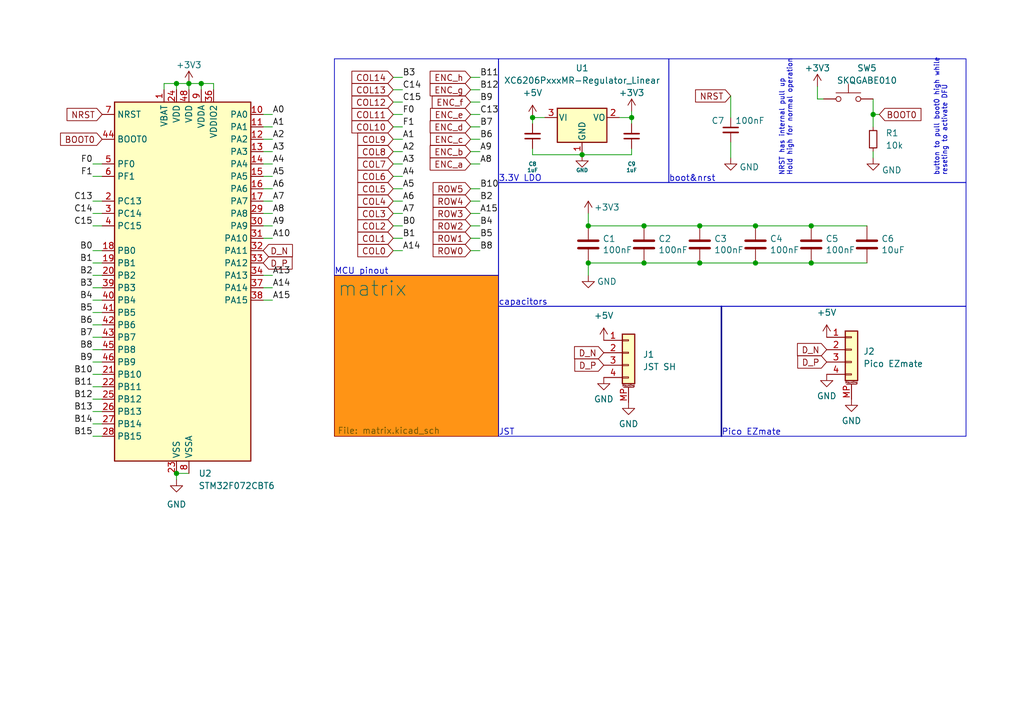
<source format=kicad_sch>
(kicad_sch (version 20230121) (generator eeschema)
  (paper "A5")
  (lib_symbols
    (symbol "Connector_Generic_MountingPin:Conn_01x04_MountingPin" (pin_names (offset 1.016) hide)
      (property "Reference" "J" (at 0 5.08 0))
      (property "Value" "Conn_01x04_MountingPin" (at 1.27 -7.62 0))
      (symbol "Conn_01x04_MountingPin_1_1"
        (rectangle (start -1.27 -4.953) (end 0 -5.207) (stroke (width 0.1524)))
        (rectangle (start -1.27 -2.413) (end 0 -2.667) (stroke (width 0.1524)))
        (rectangle (start -1.27 0.127) (end 0 -0.127) (stroke (width 0.1524)))
        (rectangle (start -1.27 2.667) (end 0 2.413) (stroke (width 0.1524)))
        (rectangle (start -1.27 3.81) (end 1.27 -6.35) (stroke (width 0.254)) (fill (type background)))
        (polyline (pts (xy -1.016 -7.112) (xy 1.016 -7.112)) (stroke (width 0.1524)))
        (text "Mounting" (at 0 -6.731 0) (effects (font (size 0.381 0.381))))
        (pin passive line (at -5.08 2.54 0) (length 3.81) (name "Pin_1") (number "1"))
        (pin passive line (at -5.08 0 0) (length 3.81) (name "Pin_2") (number "2"))
        (pin passive line (at -5.08 -2.54 0) (length 3.81) (name "Pin_3") (number "3"))
        (pin passive line (at -5.08 -5.08 0) (length 3.81) (name "Pin_4") (number "4"))
        (pin passive line (at 0 -10.16 90) (length 3.048) (name "MountPin") (number "MP"))
      )
    )
    (symbol "Device:C" (pin_numbers hide) (pin_names (offset 0.254))
      (property "Reference" "C" (at 0.635 2.54 0))
      (property "Value" "C" (at 0.635 -2.54 0))
      (symbol "C_0_1"
        (polyline (pts (xy -2.032 -0.762) (xy 2.032 -0.762)) (stroke (width 0.508)))
        (polyline (pts (xy -2.032 0.762) (xy 2.032 0.762)) (stroke (width 0.508)))
      )
      (symbol "C_1_1"
        (pin passive line (at 0 3.81 270) (length 2.794) (name "~") (number "1"))
        (pin passive line (at 0 -3.81 90) (length 2.794) (name "~") (number "2"))
      )
    )
    (symbol "Device:C_Small" (pin_numbers hide) (pin_names (offset 0.254) hide)
      (property "Reference" "C" (at 0.254 1.778 0))
      (property "Value" "C_Small" (at 0.254 -2.032 0))
      (symbol "C_Small_0_1"
        (polyline (pts (xy -1.524 -0.508) (xy 1.524 -0.508)) (stroke (width 0.3302)))
        (polyline (pts (xy -1.524 0.508) (xy 1.524 0.508)) (stroke (width 0.3048)))
      )
      (symbol "C_Small_1_1"
        (pin passive line (at 0 2.54 270) (length 2.032) (name "~") (number "1"))
        (pin passive line (at 0 -2.54 90) (length 2.032) (name "~") (number "2"))
      )
    )
    (symbol "Device:R_Small" (pin_numbers hide) (pin_names (offset 0.254) hide)
      (property "Reference" "R" (at 0.762 0.508 0))
      (property "Value" "R_Small" (at 0.762 -1.016 0))
      (symbol "R_Small_0_1"
        (rectangle (start -0.762 1.778) (end 0.762 -1.778) (stroke (width 0.2032)))
      )
      (symbol "R_Small_1_1"
        (pin passive line (at 0 2.54 270) (length 0.762) (name "~") (number "1"))
        (pin passive line (at 0 -2.54 90) (length 0.762) (name "~") (number "2"))
      )
    )
    (symbol "MCU_ST_STM32F0:STM32F072CBTx"
      (property "Reference" "U" (at -12.7 39.37 0))
      (property "Value" "STM32F072CBTx" (at 10.16 39.37 0))
      (symbol "STM32F072CBTx_0_1"
        (rectangle (start -12.7 -35.56) (end 15.24 38.1) (stroke (width 0.254)) (fill (type background)))
      )
      (symbol "STM32F072CBTx_1_1"
        (pin power_in line (at -2.54 40.64 270) (length 2.54) (name "VBAT") (number "1"))
        (pin bidirectional line (at 17.78 35.56 180) (length 2.54) (name "PA0") (number "10"))
        (pin bidirectional line (at 17.78 33.02 180) (length 2.54) (name "PA1") (number "11"))
        (pin bidirectional line (at 17.78 30.48 180) (length 2.54) (name "PA2") (number "12"))
        (pin bidirectional line (at 17.78 27.94 180) (length 2.54) (name "PA3") (number "13"))
        (pin bidirectional line (at 17.78 25.4 180) (length 2.54) (name "PA4") (number "14"))
        (pin bidirectional line (at 17.78 22.86 180) (length 2.54) (name "PA5") (number "15"))
        (pin bidirectional line (at 17.78 20.32 180) (length 2.54) (name "PA6") (number "16"))
        (pin bidirectional line (at 17.78 17.78 180) (length 2.54) (name "PA7") (number "17"))
        (pin bidirectional line (at -15.24 7.62 0) (length 2.54) (name "PB0") (number "18"))
        (pin bidirectional line (at -15.24 5.08 0) (length 2.54) (name "PB1") (number "19"))
        (pin bidirectional line (at -15.24 17.78 0) (length 2.54) (name "PC13") (number "2"))
        (pin bidirectional line (at -15.24 2.54 0) (length 2.54) (name "PB2") (number "20"))
        (pin bidirectional line (at -15.24 -17.78 0) (length 2.54) (name "PB10") (number "21"))
        (pin bidirectional line (at -15.24 -20.32 0) (length 2.54) (name "PB11") (number "22"))
        (pin power_in line (at 0 -38.1 90) (length 2.54) (name "VSS") (number "23"))
        (pin power_in line (at 0 40.64 270) (length 2.54) (name "VDD") (number "24"))
        (pin bidirectional line (at -15.24 -22.86 0) (length 2.54) (name "PB12") (number "25"))
        (pin bidirectional line (at -15.24 -25.4 0) (length 2.54) (name "PB13") (number "26"))
        (pin bidirectional line (at -15.24 -27.94 0) (length 2.54) (name "PB14") (number "27"))
        (pin bidirectional line (at -15.24 -30.48 0) (length 2.54) (name "PB15") (number "28"))
        (pin bidirectional line (at 17.78 15.24 180) (length 2.54) (name "PA8") (number "29"))
        (pin bidirectional line (at -15.24 15.24 0) (length 2.54) (name "PC14") (number "3"))
        (pin bidirectional line (at 17.78 12.7 180) (length 2.54) (name "PA9") (number "30"))
        (pin bidirectional line (at 17.78 10.16 180) (length 2.54) (name "PA10") (number "31"))
        (pin bidirectional line (at 17.78 7.62 180) (length 2.54) (name "PA11") (number "32"))
        (pin bidirectional line (at 17.78 5.08 180) (length 2.54) (name "PA12") (number "33"))
        (pin bidirectional line (at 17.78 2.54 180) (length 2.54) (name "PA13") (number "34"))
        (pin passive line (at 0 -38.1 90) (length 2.54) hide (name "VSS") (number "35"))
        (pin power_in line (at 7.62 40.64 270) (length 2.54) (name "VDDIO2") (number "36"))
        (pin bidirectional line (at 17.78 0 180) (length 2.54) (name "PA14") (number "37"))
        (pin bidirectional line (at 17.78 -2.54 180) (length 2.54) (name "PA15") (number "38"))
        (pin bidirectional line (at -15.24 0 0) (length 2.54) (name "PB3") (number "39"))
        (pin bidirectional line (at -15.24 12.7 0) (length 2.54) (name "PC15") (number "4"))
        (pin bidirectional line (at -15.24 -2.54 0) (length 2.54) (name "PB4") (number "40"))
        (pin bidirectional line (at -15.24 -5.08 0) (length 2.54) (name "PB5") (number "41"))
        (pin bidirectional line (at -15.24 -7.62 0) (length 2.54) (name "PB6") (number "42"))
        (pin bidirectional line (at -15.24 -10.16 0) (length 2.54) (name "PB7") (number "43"))
        (pin input line (at -15.24 30.48 0) (length 2.54) (name "BOOT0") (number "44"))
        (pin bidirectional line (at -15.24 -12.7 0) (length 2.54) (name "PB8") (number "45"))
        (pin bidirectional line (at -15.24 -15.24 0) (length 2.54) (name "PB9") (number "46"))
        (pin passive line (at 0 -38.1 90) (length 2.54) hide (name "VSS") (number "47"))
        (pin power_in line (at 2.54 40.64 270) (length 2.54) (name "VDD") (number "48"))
        (pin bidirectional line (at -15.24 25.4 0) (length 2.54) (name "PF0") (number "5"))
        (pin bidirectional line (at -15.24 22.86 0) (length 2.54) (name "PF1") (number "6"))
        (pin input line (at -15.24 35.56 0) (length 2.54) (name "NRST") (number "7"))
        (pin power_in line (at 2.54 -38.1 90) (length 2.54) (name "VSSA") (number "8"))
        (pin power_in line (at 5.08 40.64 270) (length 2.54) (name "VDDA") (number "9"))
      )
    )
    (symbol "Switch:SW_Push" (pin_numbers hide) (pin_names (offset 1.016) hide)
      (property "Reference" "SW" (at 1.27 2.54 0))
      (property "Value" "SW_Push" (at 0 -1.524 0))
      (symbol "SW_Push_0_1"
        (circle (center -2.032 0) (radius 0.508))
        (polyline (pts (xy 0 1.27) (xy 0 3.048)))
        (polyline (pts (xy 2.54 1.27) (xy -2.54 1.27)))
        (circle (center 2.032 0) (radius 0.508))
        (pin passive line (at -5.08 0 0) (length 2.54) (name "1") (number "1"))
        (pin passive line (at 5.08 0 180) (length 2.54) (name "2") (number "2"))
      )
    )
    (symbol "kicad-keyboard-parts:XC6206PxxxMR-Regulator_Linear" (pin_names (offset 0.254))
      (property "Reference" "U" (at -3.81 3.175 0))
      (property "Value" "XC6206PxxxMR-Regulator_Linear" (at 0 3.175 0))
      (property "LCSC" "C5446" (at 0 0 0))
      (symbol "XC6206PxxxMR-Regulator_Linear_0_1"
        (rectangle (start -5.08 1.905) (end 5.08 -5.08) (stroke (width 0.254)) (fill (type background)))
      )
      (symbol "XC6206PxxxMR-Regulator_Linear_1_1"
        (pin power_in line (at 0 -7.62 90) (length 2.54) (name "GND") (number "1"))
        (pin power_out line (at 7.62 0 180) (length 2.54) (name "VO") (number "2"))
        (pin power_in line (at -7.62 0 0) (length 2.54) (name "VI") (number "3"))
      )
    )
    (symbol "power:+3V3" (power) (pin_names (offset 0))
      (property "Value" "+3V3" (at 0 3.556 0))
      (symbol "+3V3_0_1"
        (polyline (pts (xy -0.762 1.27) (xy 0 2.54)))
        (polyline (pts (xy 0 0) (xy 0 2.54)))
        (polyline (pts (xy 0 2.54) (xy 0.762 1.27)))
      )
      (symbol "+3V3_1_1"
        (pin power_in line (at 0 0 90) (length 0) hide (name "+3V3") (number "1"))
      )
    )
    (symbol "power:+5V" (power) (pin_names (offset 0))
      (property "Value" "+5V" (at 0 3.556 0))
      (symbol "+5V_0_1"
        (polyline (pts (xy -0.762 1.27) (xy 0 2.54)))
        (polyline (pts (xy 0 0) (xy 0 2.54)))
        (polyline (pts (xy 0 2.54) (xy 0.762 1.27)))
      )
      (symbol "+5V_1_1"
        (pin power_in line (at 0 0 90) (length 0) hide (name "+5V") (number "1"))
      )
    )
    (symbol "power:GND" (power) (pin_names (offset 0))
      (property "Value" "GND" (at 0 -3.81 0))
      (symbol "GND_0_1"
        (polyline (pts (xy 0 0) (xy 0 -1.27) (xy 1.27 -1.27) (xy 0 -2.54) (xy -1.27 -1.27) (xy 0 -1.27)))
      )
      (symbol "GND_1_1"
        (pin power_in line (at 0 0 270) (length 0) hide (name "GND") (number "1"))
      )
    )
  )
  (junction (at 119.38 31.75) (diameter 0.9144))
  (junction (at 120.65 46.355))
  (junction (at 166.37 53.975))
  (junction (at 154.94 53.975))
  (junction (at 143.51 46.355))
  (junction (at 36.195 97.155))
  (junction (at 179.07 23.495))
  (junction (at 109.22 24.13))
  (junction (at 143.51 53.975))
  (junction (at 120.65 53.975))
  (junction (at 38.735 17.145))
  (junction (at 41.275 17.145))
  (junction (at 166.37 46.355))
  (junction (at 132.08 53.975))
  (junction (at 132.08 46.355))
  (junction (at 154.94 46.355))
  (junction (at 36.195 17.145))
  (junction (at 129.54 24.13))
  (wire (pts (xy 119.38 31.75) (xy 109.22 31.75)))
  (wire (pts (xy 80.645 41.275) (xy 82.55 41.275)))
  (wire (pts (xy 154.94 53.975) (xy 166.37 53.975)))
  (wire (pts (xy 53.975 46.355) (xy 55.88 46.355)))
  (wire (pts (xy 96.52 38.735) (xy 98.425 38.735)))
  (wire (pts (xy 120.65 43.815) (xy 120.65 46.355)))
  (wire (pts (xy 53.975 38.735) (xy 55.88 38.735)))
  (wire (pts (xy 41.275 17.145) (xy 43.815 17.145)))
  (wire (pts (xy 96.52 20.955) (xy 98.425 20.955)))
  (wire (pts (xy 19.05 89.535) (xy 20.955 89.535)))
  (wire (pts (xy 96.52 41.275) (xy 98.425 41.275)))
  (wire (pts (xy 132.08 53.975) (xy 120.65 53.975)))
  (wire (pts (xy 80.645 26.035) (xy 82.55 26.035)))
  (wire (pts (xy 166.37 53.975) (xy 177.8 53.975)))
  (wire (pts (xy 19.05 59.055) (xy 20.955 59.055)))
  (wire (pts (xy 19.05 81.915) (xy 20.955 81.915)))
  (wire (pts (xy 53.975 43.815) (xy 55.88 43.815)))
  (wire (pts (xy 19.05 36.195) (xy 20.955 36.195)))
  (wire (pts (xy 80.645 46.355) (xy 82.55 46.355)))
  (wire (pts (xy 168.91 20.32) (xy 167.64 20.32)))
  (wire (pts (xy 53.975 23.495) (xy 55.88 23.495)))
  (wire (pts (xy 96.52 28.575) (xy 98.425 28.575)))
  (wire (pts (xy 19.05 51.435) (xy 20.955 51.435)))
  (wire (pts (xy 43.815 17.145) (xy 43.815 18.415)))
  (wire (pts (xy 96.52 31.115) (xy 98.425 31.115)))
  (wire (pts (xy 127 24.13) (xy 129.54 24.13)))
  (wire (pts (xy 96.52 43.815) (xy 98.425 43.815)))
  (wire (pts (xy 19.05 61.595) (xy 20.955 61.595)))
  (wire (pts (xy 53.975 33.655) (xy 55.88 33.655)))
  (wire (pts (xy 109.22 24.13) (xy 111.76 24.13)))
  (wire (pts (xy 53.975 26.035) (xy 55.88 26.035)))
  (wire (pts (xy 80.645 18.415) (xy 82.55 18.415)))
  (wire (pts (xy 80.645 15.875) (xy 82.55 15.875)))
  (wire (pts (xy 96.52 15.875) (xy 98.425 15.875)))
  (wire (pts (xy 80.645 51.435) (xy 82.55 51.435)))
  (wire (pts (xy 80.645 48.895) (xy 82.55 48.895)))
  (wire (pts (xy 19.05 76.835) (xy 20.955 76.835)))
  (wire (pts (xy 80.645 28.575) (xy 82.55 28.575)))
  (wire (pts (xy 19.05 41.275) (xy 20.955 41.275)))
  (wire (pts (xy 96.52 26.035) (xy 98.425 26.035)))
  (wire (pts (xy 41.275 17.145) (xy 41.275 18.415)))
  (wire (pts (xy 19.05 33.655) (xy 20.955 33.655)))
  (bus (pts (xy 147.955 62.865) (xy 147.955 89.535)))
  (wire (pts (xy 80.645 36.195) (xy 82.55 36.195)))
  (wire (pts (xy 53.975 41.275) (xy 55.88 41.275)))
  (wire (pts (xy 179.07 31.115) (xy 179.07 32.385)))
  (wire (pts (xy 38.735 17.145) (xy 38.735 18.415)))
  (wire (pts (xy 149.86 19.685) (xy 149.86 24.13)))
  (wire (pts (xy 96.52 48.895) (xy 98.425 48.895)))
  (wire (pts (xy 33.655 17.145) (xy 33.655 18.415)))
  (wire (pts (xy 19.05 66.675) (xy 20.955 66.675)))
  (wire (pts (xy 80.645 33.655) (xy 82.55 33.655)))
  (wire (pts (xy 53.975 48.895) (xy 55.88 48.895)))
  (wire (pts (xy 36.195 98.425) (xy 36.195 97.155)))
  (wire (pts (xy 19.05 53.975) (xy 20.955 53.975)))
  (wire (pts (xy 129.54 30.48) (xy 129.54 31.75)))
  (wire (pts (xy 80.645 43.815) (xy 82.55 43.815)))
  (wire (pts (xy 19.05 64.135) (xy 20.955 64.135)))
  (wire (pts (xy 19.05 56.515) (xy 20.955 56.515)))
  (wire (pts (xy 19.05 74.295) (xy 20.955 74.295)))
  (wire (pts (xy 19.05 79.375) (xy 20.955 79.375)))
  (wire (pts (xy 129.54 24.13) (xy 129.54 25.4)))
  (wire (pts (xy 33.655 17.145) (xy 36.195 17.145)))
  (wire (pts (xy 179.07 20.32) (xy 179.07 23.495)))
  (wire (pts (xy 19.05 71.755) (xy 20.955 71.755)))
  (wire (pts (xy 19.05 43.815) (xy 20.955 43.815)))
  (wire (pts (xy 149.86 32.385) (xy 149.86 29.21)))
  (wire (pts (xy 179.07 23.495) (xy 179.07 26.035)))
  (wire (pts (xy 119.38 31.75) (xy 129.54 31.75)))
  (wire (pts (xy 80.645 31.115) (xy 82.55 31.115)))
  (wire (pts (xy 80.645 20.955) (xy 82.55 20.955)))
  (wire (pts (xy 19.05 46.355) (xy 20.955 46.355)))
  (wire (pts (xy 129.54 22.86) (xy 129.54 24.13)))
  (wire (pts (xy 96.52 23.495) (xy 98.425 23.495)))
  (wire (pts (xy 53.975 59.055) (xy 55.88 59.055)))
  (wire (pts (xy 80.645 23.495) (xy 82.55 23.495)))
  (wire (pts (xy 53.975 56.515) (xy 55.88 56.515)))
  (wire (pts (xy 53.975 61.595) (xy 55.88 61.595)))
  (wire (pts (xy 19.05 69.215) (xy 20.955 69.215)))
  (wire (pts (xy 41.275 17.145) (xy 38.735 17.145)))
  (wire (pts (xy 96.52 51.435) (xy 98.425 51.435)))
  (wire (pts (xy 179.07 23.495) (xy 180.34 23.495)))
  (wire (pts (xy 36.195 17.145) (xy 36.195 18.415)))
  (wire (pts (xy 132.08 46.355) (xy 143.51 46.355)))
  (wire (pts (xy 167.64 20.32) (xy 167.64 17.78)))
  (wire (pts (xy 96.52 46.355) (xy 98.425 46.355)))
  (wire (pts (xy 132.08 46.355) (xy 120.65 46.355)))
  (wire (pts (xy 120.65 56.515) (xy 120.65 53.975)))
  (wire (pts (xy 154.94 46.355) (xy 166.37 46.355)))
  (wire (pts (xy 166.37 46.355) (xy 177.8 46.355)))
  (wire (pts (xy 80.645 38.735) (xy 82.55 38.735)))
  (wire (pts (xy 53.975 36.195) (xy 55.88 36.195)))
  (wire (pts (xy 96.52 18.415) (xy 98.425 18.415)))
  (wire (pts (xy 36.195 97.155) (xy 38.735 97.155)))
  (wire (pts (xy 53.975 28.575) (xy 55.88 28.575)))
  (wire (pts (xy 143.51 46.355) (xy 154.94 46.355)))
  (wire (pts (xy 132.08 53.975) (xy 143.51 53.975)))
  (wire (pts (xy 19.05 86.995) (xy 20.955 86.995)))
  (wire (pts (xy 143.51 53.975) (xy 154.94 53.975)))
  (wire (pts (xy 36.195 17.145) (xy 38.735 17.145)))
  (wire (pts (xy 96.52 33.655) (xy 98.425 33.655)))
  (wire (pts (xy 53.975 31.115) (xy 55.88 31.115)))
  (wire (pts (xy 109.22 24.13) (xy 109.22 25.4)))
  (wire (pts (xy 109.22 30.48) (xy 109.22 31.75)))
  (wire (pts (xy 19.05 84.455) (xy 20.955 84.455)))
  (rectangle (start 68.58 12.065) (end 102.235 56.515))
  (rectangle (start 102.235 37.465) (end 198.12 62.865))
  (rectangle (start 102.235 12.065) (end 137.16 37.465))
  (rectangle (start 102.235 62.865) (end 198.12 89.535))
  (rectangle (start 137.16 12.065) (end 198.12 37.465))
  (text "3.3V LDO" (at 102.235 37.465 0) (effects (font (size 1.27 1.27)) (justify left bottom)))
  (text "capacitors" (at 102.235 62.865 0) (effects (font (size 1.27 1.27)) (justify left bottom)))
  (text "NRST has internal pull up\nHold high for normal operation" (at 162.56 36.195 90) (effects (font (size 1 1)) (justify left bottom)))
  (text "boot&nrst" (at 137.16 37.465 0) (effects (font (size 1.27 1.27)) (justify left bottom)))
  (text "MCU pinout" (at 68.58 56.515 0) (effects (font (size 1.27 1.27)) (justify left bottom)))
  (text "Pico EZmate" (at 147.955 89.535 0) (effects (font (size 1.27 1.27)) (justify left bottom)))
  (text "JST" (at 102.235 89.535 0) (effects (font (size 1.27 1.27)) (justify left bottom)))
  (text "button to pull boot0 high while \nreseting to activate DFU" (at 194.31 36.195 90) (effects (font (size 1 1)) (justify left bottom)))
  (label "A7" (at 82.55 43.815 0))
  (label "B11" (at 19.05 79.375 180))
  (label "B3" (at 82.55 15.875 0))
  (label "B10" (at 98.425 38.735 0))
  (label "A13" (at 55.88 56.515 0))
  (label "A2" (at 82.55 31.115 0))
  (label "A0" (at 55.88 23.495 0))
  (label "B2" (at 98.425 41.275 0))
  (label "B13" (at 19.05 84.455 180))
  (label "A7" (at 55.88 41.275 0))
  (label "A14" (at 55.88 59.055 0))
  (label "A15" (at 98.425 43.815 0))
  (label "F0" (at 82.55 23.495 0))
  (label "B7" (at 98.425 26.035 0))
  (label "B12" (at 98.425 18.415 0))
  (label "A4" (at 55.88 33.655 0))
  (label "A9" (at 98.425 31.115 0))
  (label "B1" (at 82.55 48.895 0))
  (label "B0" (at 19.05 51.435 180))
  (label "A1" (at 55.88 26.035 0))
  (label "B9" (at 19.05 74.295 180))
  (label "F1" (at 82.55 26.035 0))
  (label "A2" (at 55.88 28.575 0))
  (label "C15" (at 19.05 46.355 180))
  (label "A3" (at 82.55 33.655 0))
  (label "B5" (at 19.05 64.135 180))
  (label "B8" (at 98.425 51.435 0))
  (label "B8" (at 19.05 71.755 180))
  (label "B5" (at 98.425 48.895 0))
  (label "B3" (at 19.05 59.055 180))
  (label "C13" (at 19.05 41.275 180))
  (label "A8" (at 98.425 33.655 0))
  (label "B11" (at 98.425 15.875 0))
  (label "A5" (at 82.55 38.735 0))
  (label "B7" (at 19.05 69.215 180))
  (label "A10" (at 55.88 48.895 0))
  (label "B6" (at 19.05 66.675 180))
  (label "C14" (at 82.55 18.415 0))
  (label "A5" (at 55.88 36.195 0))
  (label "A6" (at 82.55 41.275 0))
  (label "B6" (at 98.425 28.575 0))
  (label "A14" (at 82.55 51.435 0))
  (label "A4" (at 82.55 36.195 0))
  (label "B1" (at 19.05 53.975 180))
  (label "B0" (at 82.55 46.355 0))
  (label "B9" (at 98.425 20.955 0))
  (label "A6" (at 55.88 38.735 0))
  (label "B2" (at 19.05 56.515 180))
  (label "B15" (at 19.05 89.535 180))
  (label "C13" (at 98.425 23.495 0))
  (label "A8" (at 55.88 43.815 0))
  (label "B14" (at 19.05 86.995 180))
  (label "A9" (at 55.88 46.355 0))
  (label "B10" (at 19.05 76.835 180))
  (label "A15" (at 55.88 61.595 0))
  (label "B4" (at 98.425 46.355 0))
  (label "A3" (at 55.88 31.115 0))
  (label "A1" (at 82.55 28.575 0))
  (label "C14" (at 19.05 43.815 180))
  (label "C15" (at 82.55 20.955 0))
  (label "B4" (at 19.05 61.595 180))
  (label "F1" (at 19.05 36.195 180))
  (label "F0" (at 19.05 33.655 180))
  (label "B12" (at 19.05 81.915 180))
  (global_label "ROW3" (shape input) (at 96.52 43.815 180) (property "Intersheetrefs" "${INTERSHEET_REFS}" (effects hide)))
  (global_label "COL3" (shape input) (at 80.645 43.815 180) (property "Intersheetrefs" "${INTERSHEET_REFS}" (effects hide)))
  (global_label "ROW0" (shape input) (at 96.52 51.435 180) (property "Intersheetrefs" "${INTERSHEET_REFS}" (effects hide)))
  (global_label "COL2" (shape input) (at 80.645 46.355 180) (property "Intersheetrefs" "${INTERSHEET_REFS}" (effects hide)))
  (global_label "ROW1" (shape input) (at 96.52 48.895 180) (property "Intersheetrefs" "${INTERSHEET_REFS}" (effects hide)))
  (global_label "ENC_d" (shape input) (at 96.52 26.035 180) (property "Intersheetrefs" "${INTERSHEET_REFS}" (effects hide)))
  (global_label "ROW2" (shape input) (at 96.52 46.355 180) (property "Intersheetrefs" "${INTERSHEET_REFS}" (effects hide)))
  (global_label "BOOT0" (shape input) (at 20.955 28.575 180) (property "Intersheetrefs" "${INTERSHEET_REFS}" (effects hide)))
  (global_label "COL10" (shape input) (at 80.645 26.035 180) (property "Intersheetrefs" "${INTERSHEET_REFS}" (effects hide)))
  (global_label "COL4" (shape input) (at 80.645 41.275 180) (property "Intersheetrefs" "${INTERSHEET_REFS}" (effects hide)))
  (global_label "ENC_f" (shape input) (at 96.52 20.955 180) (property "Intersheetrefs" "${INTERSHEET_REFS}" (effects hide)))
  (global_label "ENC_a" (shape input) (at 96.52 33.655 180) (property "Intersheetrefs" "${INTERSHEET_REFS}" (effects hide)))
  (global_label "ROW5" (shape input) (at 96.52 38.735 180) (property "Intersheetrefs" "${INTERSHEET_REFS}" (effects hide)))
  (global_label "ENC_e" (shape input) (at 96.52 23.495 180) (property "Intersheetrefs" "${INTERSHEET_REFS}" (effects hide)))
  (global_label "COL5" (shape input) (at 80.645 38.735 180) (property "Intersheetrefs" "${INTERSHEET_REFS}" (effects hide)))
  (global_label "ROW4" (shape input) (at 96.52 41.275 180) (property "Intersheetrefs" "${INTERSHEET_REFS}" (effects hide)))
  (global_label "COL7" (shape input) (at 80.645 33.655 180) (property "Intersheetrefs" "${INTERSHEET_REFS}" (effects hide)))
  (global_label "COL0" (shape input) (at 80.645 51.435 180) (property "Intersheetrefs" "${INTERSHEET_REFS}" (effects hide)))
  (global_label "COL9" (shape input) (at 80.645 28.575 180) (property "Intersheetrefs" "${INTERSHEET_REFS}" (effects hide)))
  (global_label "D_P" (shape input) (at 169.545 74.295 180) (property "Intersheetrefs" "${INTERSHEET_REFS}" (effects hide)))
  (global_label "ENC_h" (shape input) (at 96.52 15.875 180) (property "Intersheetrefs" "${INTERSHEET_REFS}" (effects hide)))
  (global_label "D_N" (shape input) (at 53.975 51.435 0) (property "Intersheetrefs" "${INTERSHEET_REFS}" (effects hide)))
  (global_label "NRST" (shape input) (at 149.86 19.685 180) (property "Intersheetrefs" "${INTERSHEET_REFS}" (effects hide)))
  (global_label "NRST" (shape input) (at 20.955 23.495 180) (property "Intersheetrefs" "${INTERSHEET_REFS}" (effects hide)))
  (global_label "ENC_b" (shape input) (at 96.52 31.115 180) (property "Intersheetrefs" "${INTERSHEET_REFS}" (effects hide)))
  (global_label "COL8" (shape input) (at 80.645 31.115 180) (property "Intersheetrefs" "${INTERSHEET_REFS}" (effects hide)))
  (global_label "BOOT0" (shape input) (at 180.34 23.495 0) (property "Intersheetrefs" "${INTERSHEET_REFS}" (effects hide)))
  (global_label "D_P" (shape input) (at 53.975 53.975 0) (property "Intersheetrefs" "${INTERSHEET_REFS}" (effects hide)))
  (global_label "COL1" (shape input) (at 80.645 48.895 180) (property "Intersheetrefs" "${INTERSHEET_REFS}" (effects hide)))
  (global_label "COL13" (shape input) (at 80.645 18.415 180) (property "Intersheetrefs" "${INTERSHEET_REFS}" (effects hide)))
  (global_label "D_N" (shape input) (at 123.825 72.39 180) (property "Intersheetrefs" "${INTERSHEET_REFS}" (effects hide)))
  (global_label "COL11" (shape input) (at 80.645 23.495 180) (property "Intersheetrefs" "${INTERSHEET_REFS}" (effects hide)))
  (global_label "COL12" (shape input) (at 80.645 20.955 180) (property "Intersheetrefs" "${INTERSHEET_REFS}" (effects hide)))
  (global_label "ENC_c" (shape input) (at 96.52 28.575 180) (property "Intersheetrefs" "${INTERSHEET_REFS}" (effects hide)))
  (global_label "ENC_g" (shape input) (at 96.52 18.415 180) (property "Intersheetrefs" "${INTERSHEET_REFS}" (effects hide)))
  (global_label "D_N" (shape input) (at 169.545 71.755 180) (property "Intersheetrefs" "${INTERSHEET_REFS}" (effects hide)))
  (global_label "COL6" (shape input) (at 80.645 36.195 180) (property "Intersheetrefs" "${INTERSHEET_REFS}" (effects hide)))
  (global_label "COL14" (shape input) (at 80.645 15.875 180) (property "Intersheetrefs" "${INTERSHEET_REFS}" (effects hide)))
  (global_label "D_P" (shape input) (at 123.825 74.93 180) (property "Intersheetrefs" "${INTERSHEET_REFS}" (effects hide)))
  (symbol (lib_id "power:+5V") (at 169.545 69.215 0) (unit 1)
    (property "Reference" "#PWR011" (effects hide))
    (property "Value" "+5V" (at 169.545 64.135 0))
  )
  (symbol (lib_id "power:GND") (at 149.86 32.385 0) (mirror y) (unit 1)
    (property "Reference" "#PWR08" (effects hide))
    (property "Value" "GND" (at 153.67 34.29 0))
  )
  (symbol (lib_id "Switch:SW_Push") (at 173.99 20.32 0) (unit 1)
    (property "Reference" "SW5" (at 177.8 13.97 0))
    (property "Value" "SKQGABE010" (at 177.8 16.51 0))
    (property "Footprint" "PCM_marbastlib-various:SW_SPST_SKQG_WithStem" (effects hide))
    (property "LCSC" "C115351" (effects hide))
  )
  (symbol (lib_id "Device:C_Small") (at 109.22 27.94 180) (unit 1)
    (property "Reference" "C8" (at 109.22 33.655 0) (effects (font (size 0.762 0.762))))
    (property "Value" "1uF" (at 109.22 34.925 0) (effects (font (size 0.762 0.762))))
    (property "Footprint" "Capacitor_SMD:C_0402_1005Metric" (effects hide))
    (property "LCSC" "C52923" (effects hide))
  )
  (symbol (lib_id "power:GND") (at 174.625 81.915 0) (unit 1)
    (property "Reference" "#PWR017" (effects hide))
    (property "Value" "GND" (at 174.625 86.3584 0))
  )
  (symbol (lib_id "Connector_Generic_MountingPin:Conn_01x04_MountingPin") (at 174.625 71.755 0) (unit 1)
    (property "Reference" "J2" (at 177.038 72.1105 0) (effects (justify left)))
    (property "Value" "Pico EZmate" (at 177.038 74.6505 0) (effects (justify left)))
    (property "Footprint" "Connector_Molex:Molex_Pico-EZmate_78171-0004_1x04-1MP_P1.20mm_Vertical" (effects hide))
  )
  (symbol (lib_id "power:+3V3") (at 129.54 22.86 0) (unit 1)
    (property "Reference" "#PWR012" (effects hide))
    (property "Value" "+3V3" (at 129.54 19.05 0))
  )
  (symbol (lib_id "Device:C") (at 166.37 50.165 0) (unit 1)
    (property "Reference" "C5" (at 169.291 48.9966 0) (effects (justify left)))
    (property "Value" "100nF" (at 169.291 51.308 0) (effects (justify left)))
    (property "Footprint" "Capacitor_SMD:C_0402_1005Metric" (effects hide))
    (property "LCSC" "C307331" (effects hide))
  )
  (symbol (lib_id "power:GND") (at 169.545 76.835 0) (unit 1)
    (property "Reference" "#PWR014" (effects hide))
    (property "Value" "GND" (at 169.545 81.2784 0))
  )
  (symbol (lib_id "power:GND") (at 123.825 77.47 0) (unit 1)
    (property "Reference" "#PWR013" (effects hide))
    (property "Value" "GND" (at 123.825 81.9134 0))
  )
  (symbol (lib_id "power:GND") (at 179.07 32.385 0) (unit 1)
    (property "Reference" "#PWR09" (effects hide))
    (property "Value" "GND" (at 182.88 34.925 0))
  )
  (symbol (lib_id "power:GND") (at 120.65 56.515 0) (unit 1)
    (property "Reference" "#PWR07" (effects hide))
    (property "Value" "GND" (at 124.46 57.785 0))
  )
  (symbol (lib_id "Device:C") (at 120.65 50.165 0) (unit 1)
    (property "Reference" "C1" (at 123.571 48.9966 0) (effects (justify left)))
    (property "Value" "100nF" (at 123.571 51.308 0) (effects (justify left)))
    (property "Footprint" "Capacitor_SMD:C_0402_1005Metric" (effects hide))
    (property "LCSC" "C307331" (effects hide))
  )
  (symbol (lib_id "power:GND") (at 128.905 82.55 0) (unit 1)
    (property "Reference" "#PWR016" (effects hide))
    (property "Value" "GND" (at 128.905 86.9934 0))
  )
  (symbol (lib_id "MCU_ST_STM32F0:STM32F072CBTx") (at 36.195 59.055 0) (unit 1)
    (property "Reference" "U2" (at 40.6909 97.155 0) (effects (justify left)))
    (property "Value" "STM32F072CBT6" (at 40.6909 99.695 0) (effects (justify left)))
    (property "Footprint" "Package_QFP:LQFP-48_7x7mm_P0.5mm" (effects hide))
    (property "Datasheet" "https://www.st.com/resource/en/datasheet/stm32f072cb.pdf" (effects hide))
    (property "JlcRotOffset" "90" (effects hide))
  )
  (symbol (lib_id "Device:C_Small") (at 149.86 26.67 0) (mirror y) (unit 1)
    (property "Reference" "C7" (at 148.59 24.765 0) (effects (justify left)))
    (property "Value" "100nF" (at 156.845 24.765 0) (effects (justify left)))
    (property "Footprint" "Capacitor_SMD:C_0402_1005Metric" (effects hide))
    (property "LCSC" "C307331" (effects hide))
  )
  (symbol (lib_id "Device:C") (at 143.51 50.165 0) (unit 1)
    (property "Reference" "C3" (at 146.431 48.9966 0) (effects (justify left)))
    (property "Value" "100nF" (at 146.431 51.308 0) (effects (justify left)))
    (property "Footprint" "Capacitor_SMD:C_0402_1005Metric" (effects hide))
    (property "LCSC" "C307331" (effects hide))
  )
  (symbol (lib_id "Connector_Generic_MountingPin:Conn_01x04_MountingPin") (at 128.905 72.39 0) (unit 1)
    (property "Reference" "J1" (at 131.826 72.7455 0) (effects (justify left)))
    (property "Value" "JST SH" (at 131.826 75.2855 0) (effects (justify left)))
    (property "Footprint" "Connector_JST:JST_SH_SM04B-SRSS-TB_1x04-1MP_P1.00mm_Horizontal" (effects hide))
  )
  (symbol (lib_id "power:+3V3") (at 167.64 17.78 0) (mirror y) (unit 1)
    (property "Reference" "#PWR05" (effects hide))
    (property "Value" "+3V3" (at 167.64 13.97 0))
  )
  (symbol (lib_id "power:+3V3") (at 38.735 17.145 0) (unit 1)
    (property "Reference" "#PWR019" (effects hide))
    (property "Value" "+3V3" (at 38.735 13.335 0))
  )
  (symbol (lib_id "power:+3V3") (at 120.65 43.815 0) (unit 1)
    (property "Reference" "#PWR06" (effects hide))
    (property "Value" "+3V3" (at 124.46 42.545 0))
  )
  (symbol (lib_id "power:+5V") (at 109.22 24.13 0) (unit 1)
    (property "Reference" "#PWR015" (effects hide))
    (property "Value" "+5V" (at 109.22 19.05 0))
  )
  (symbol (lib_id "Device:C_Small") (at 129.54 27.94 180) (unit 1)
    (property "Reference" "C9" (at 129.54 33.655 0) (effects (font (size 0.762 0.762))))
    (property "Value" "1uF" (at 129.54 34.925 0) (effects (font (size 0.762 0.762))))
    (property "Footprint" "Capacitor_SMD:C_0402_1005Metric" (effects hide))
    (property "LCSC" "C52923" (effects hide))
  )
  (symbol (lib_id "Device:C") (at 177.8 50.165 0) (unit 1)
    (property "Reference" "C6" (at 180.721 48.9966 0) (effects (justify left)))
    (property "Value" "10uF" (at 180.721 51.308 0) (effects (justify left)))
    (property "Footprint" "Capacitor_SMD:C_0603_1608Metric" (effects hide))
  )
  (symbol (lib_id "Device:C") (at 132.08 50.165 0) (unit 1)
    (property "Reference" "C2" (at 135.001 48.9966 0) (effects (justify left)))
    (property "Value" "100nF" (at 135.001 51.308 0) (effects (justify left)))
    (property "Footprint" "Capacitor_SMD:C_0402_1005Metric" (effects hide))
    (property "LCSC" "C307331" (effects hide))
  )
  (symbol (lib_id "kicad-keyboard-parts:XC6206PxxxMR-Regulator_Linear") (at 119.38 24.13 0) (unit 1)
    (property "Reference" "U1" (at 119.38 13.97 0))
    (property "Value" "XC6206PxxxMR-Regulator_Linear" (at 119.38 16.51 0))
    (property "Footprint" "Package_TO_SOT_SMD:SOT-23" (effects hide))
    (property "Datasheet" "https://www.torexsemi.com/file/xc6206/XC6206.pdf" (effects hide))
    (property "LCSC" "C5446" (effects hide))
  )
  (symbol (lib_id "Device:R_Small") (at 179.07 28.575 0) (unit 1)
    (property "Reference" "R1" (at 181.61 27.3049 0) (effects (justify left)))
    (property "Value" "10k" (at 181.61 29.8449 0) (effects (justify left)))
    (property "Footprint" "Resistor_SMD:R_0402_1005Metric" (effects hide))
  )
  (symbol (lib_id "power:GND") (at 119.38 31.75 0) (unit 1)
    (property "Reference" "#PWR018" (effects hide))
    (property "Value" "GND" (at 119.38 34.925 0) (effects (font (size 0.762 0.762))))
  )
  (symbol (lib_id "power:GND") (at 36.195 98.425 0) (unit 1)
    (property "Reference" "#PWR020" (effects hide))
    (property "Value" "GND" (at 36.195 103.505 0))
  )
  (symbol (lib_id "power:+5V") (at 123.825 69.85 0) (unit 1)
    (property "Reference" "#PWR010" (effects hide))
    (property "Value" "+5V" (at 123.825 64.77 0))
  )
  (symbol (lib_id "Device:C") (at 154.94 50.165 0) (unit 1)
    (property "Reference" "C4" (at 157.861 48.9966 0) (effects (justify left)))
    (property "Value" "100nF" (at 157.861 51.308 0) (effects (justify left)))
    (property "Footprint" "Capacitor_SMD:C_0402_1005Metric" (effects hide))
    (property "LCSC" "C307331" (effects hide))
  )
  (sheet (at 68.58 56.515) (size 33.655 33.02) (stroke (width 0.1524)) (fill (color 255 148 21 1.0000))
    (property "Sheetname" "matrix" (at 69.215 60.96 0) (effects (font (size 3 3)) (justify left bottom)))
    (property "Sheetfile" "matrix.kicad_sch" (at 69.215 87.63 0) (effects (justify left top)))
  )
)
</source>
